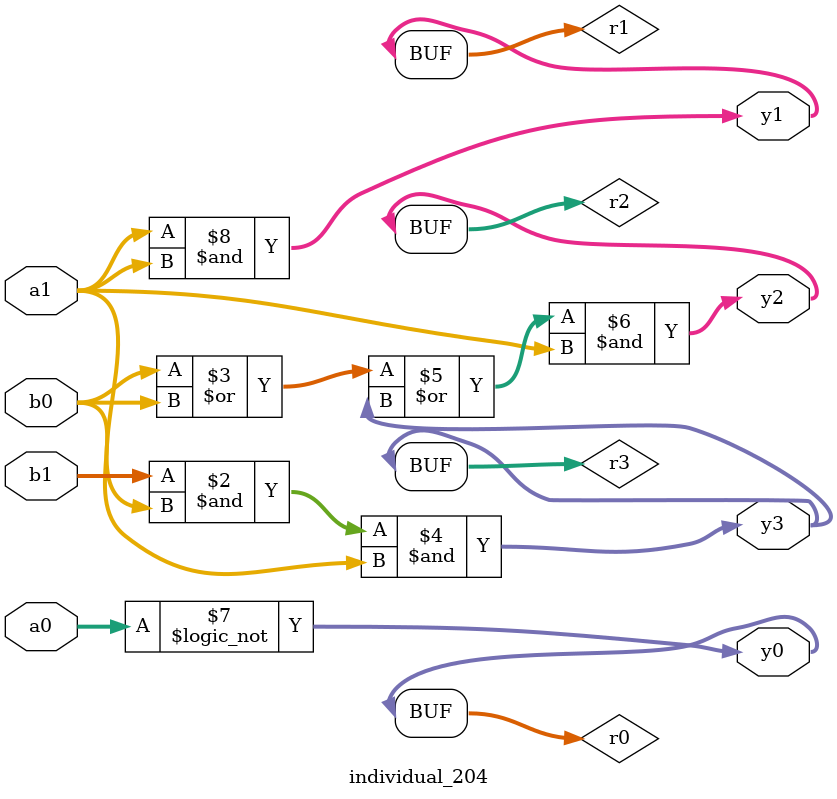
<source format=sv>
module individual_204(input logic [15:0] a1, input logic [15:0] a0, input logic [15:0] b1, input logic [15:0] b0, output logic [15:0] y3, output logic [15:0] y2, output logic [15:0] y1, output logic [15:0] y0);
logic [15:0] r0, r1, r2, r3; 
 always@(*) begin 
	 r0 = a0; r1 = a1; r2 = b0; r3 = b1; 
 	 r3  &=  r1 ;
 	 r2  |=  b0 ;
 	 r3  &=  b0 ;
 	 r2  |=  r3 ;
 	 r2  &=  a1 ;
 	 r0 = ! a0 ;
 	 r1  &=  a1 ;
 	 y3 = r3; y2 = r2; y1 = r1; y0 = r0; 
end
endmodule
</source>
